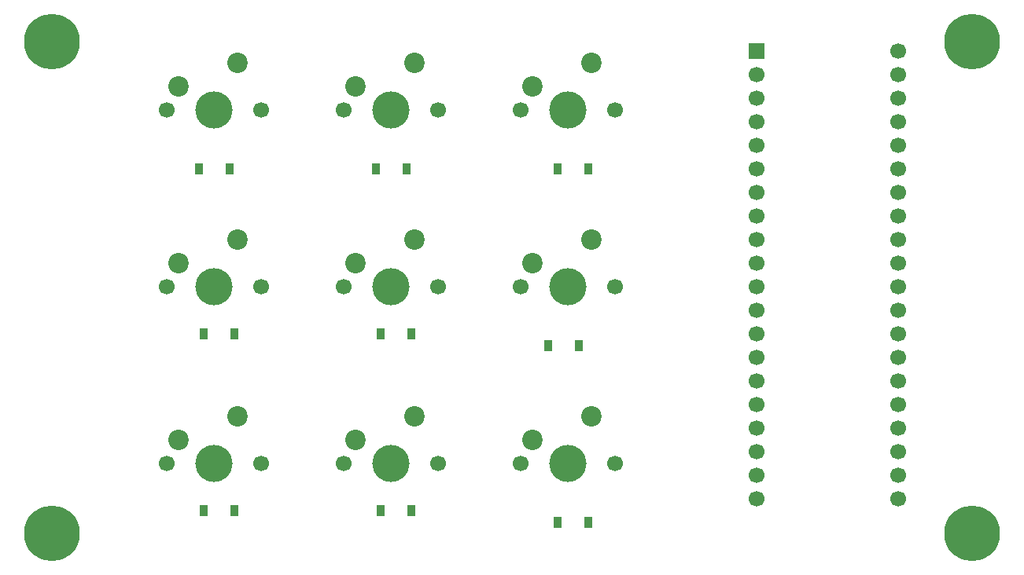
<source format=gbr>
%TF.GenerationSoftware,KiCad,Pcbnew,5.1.8*%
%TF.CreationDate,2021-01-16T11:32:51+01:00*%
%TF.ProjectId,macropad,6d616372-6f70-4616-942e-6b696361645f,rev?*%
%TF.SameCoordinates,Original*%
%TF.FileFunction,Soldermask,Bot*%
%TF.FilePolarity,Negative*%
%FSLAX46Y46*%
G04 Gerber Fmt 4.6, Leading zero omitted, Abs format (unit mm)*
G04 Created by KiCad (PCBNEW 5.1.8) date 2021-01-16 11:32:51*
%MOMM*%
%LPD*%
G01*
G04 APERTURE LIST*
%ADD10C,2.200000*%
%ADD11C,4.000000*%
%ADD12C,1.700000*%
%ADD13C,6.000000*%
%ADD14R,1.700000X1.700000*%
%ADD15R,0.900000X1.200000*%
G04 APERTURE END LIST*
D10*
%TO.C,SW1*%
X93980000Y-95250000D03*
X87630000Y-97790000D03*
D11*
X91440000Y-100330000D03*
D12*
X86360000Y-100330000D03*
X96520000Y-100330000D03*
%TD*%
D13*
%TO.C,REF\u002A\u002A*%
X173000000Y-93000000D03*
%TD*%
%TO.C,REF\u002A\u002A*%
X173000000Y-146000000D03*
%TD*%
%TO.C,REF\u002A\u002A*%
X74000000Y-146000000D03*
%TD*%
%TO.C,REF\u002A\u002A*%
X74000000Y-93000000D03*
%TD*%
D12*
%TO.C,SW2*%
X96520000Y-119380000D03*
X86360000Y-119380000D03*
D11*
X91440000Y-119380000D03*
D10*
X87630000Y-116840000D03*
X93980000Y-114300000D03*
%TD*%
D12*
%TO.C,SW3*%
X96520000Y-138430000D03*
X86360000Y-138430000D03*
D11*
X91440000Y-138430000D03*
D10*
X87630000Y-135890000D03*
X93980000Y-133350000D03*
%TD*%
D12*
%TO.C,SW4*%
X115570000Y-100330000D03*
X105410000Y-100330000D03*
D11*
X110490000Y-100330000D03*
D10*
X106680000Y-97790000D03*
X113030000Y-95250000D03*
%TD*%
%TO.C,SW5*%
X113030000Y-114300000D03*
X106680000Y-116840000D03*
D11*
X110490000Y-119380000D03*
D12*
X105410000Y-119380000D03*
X115570000Y-119380000D03*
%TD*%
D10*
%TO.C,SW6*%
X113030000Y-133350000D03*
X106680000Y-135890000D03*
D11*
X110490000Y-138430000D03*
D12*
X105410000Y-138430000D03*
X115570000Y-138430000D03*
%TD*%
D10*
%TO.C,SW7*%
X132080000Y-95250000D03*
X125730000Y-97790000D03*
D11*
X129540000Y-100330000D03*
D12*
X124460000Y-100330000D03*
X134620000Y-100330000D03*
%TD*%
D10*
%TO.C,SW8*%
X132080000Y-114300000D03*
X125730000Y-116840000D03*
D11*
X129540000Y-119380000D03*
D12*
X124460000Y-119380000D03*
X134620000Y-119380000D03*
%TD*%
%TO.C,SW9*%
X134620000Y-138430000D03*
X124460000Y-138430000D03*
D11*
X129540000Y-138430000D03*
D10*
X125730000Y-135890000D03*
X132080000Y-133350000D03*
%TD*%
D12*
%TO.C,U1*%
X165100000Y-93980000D03*
D14*
X149860000Y-93980000D03*
D12*
X165100000Y-96520000D03*
X149860000Y-96520000D03*
X165100000Y-99060000D03*
X149860000Y-99060000D03*
X165100000Y-101600000D03*
X149860000Y-101600000D03*
X165100000Y-104140000D03*
X149860000Y-104140000D03*
X165100000Y-106680000D03*
X149860000Y-106680000D03*
X165100000Y-109220000D03*
X149860000Y-109220000D03*
X165100000Y-111760000D03*
X149860000Y-111760000D03*
X165100000Y-114300000D03*
X149860000Y-114300000D03*
X165100000Y-116840000D03*
X149860000Y-116840000D03*
X165100000Y-119380000D03*
X149860000Y-119380000D03*
X165100000Y-121920000D03*
X149860000Y-121920000D03*
X165100000Y-124460000D03*
X149860000Y-124460000D03*
X165100000Y-127000000D03*
X149860000Y-127000000D03*
X165100000Y-129540000D03*
X149860000Y-129540000D03*
X165100000Y-132080000D03*
X149860000Y-132080000D03*
X165100000Y-134620000D03*
X149860000Y-134620000D03*
X165100000Y-137160000D03*
X149860000Y-137160000D03*
X165100000Y-139700000D03*
X149860000Y-139700000D03*
X165100000Y-142240000D03*
X149860000Y-142240000D03*
%TD*%
D15*
%TO.C,D1*%
X89790000Y-106680000D03*
X93090000Y-106680000D03*
%TD*%
%TO.C,D2*%
X90272500Y-124460000D03*
X93572500Y-124460000D03*
%TD*%
%TO.C,D3*%
X90272500Y-143510000D03*
X93572500Y-143510000D03*
%TD*%
%TO.C,D4*%
X108840000Y-106680000D03*
X112140000Y-106680000D03*
%TD*%
%TO.C,D5*%
X112622500Y-124460000D03*
X109322500Y-124460000D03*
%TD*%
%TO.C,D6*%
X109322500Y-143510000D03*
X112622500Y-143510000D03*
%TD*%
%TO.C,D7*%
X128372500Y-106680000D03*
X131672500Y-106680000D03*
%TD*%
%TO.C,D8*%
X130675001Y-125730000D03*
X127375001Y-125730000D03*
%TD*%
%TO.C,D9*%
X128372500Y-144780000D03*
X131672500Y-144780000D03*
%TD*%
M02*

</source>
